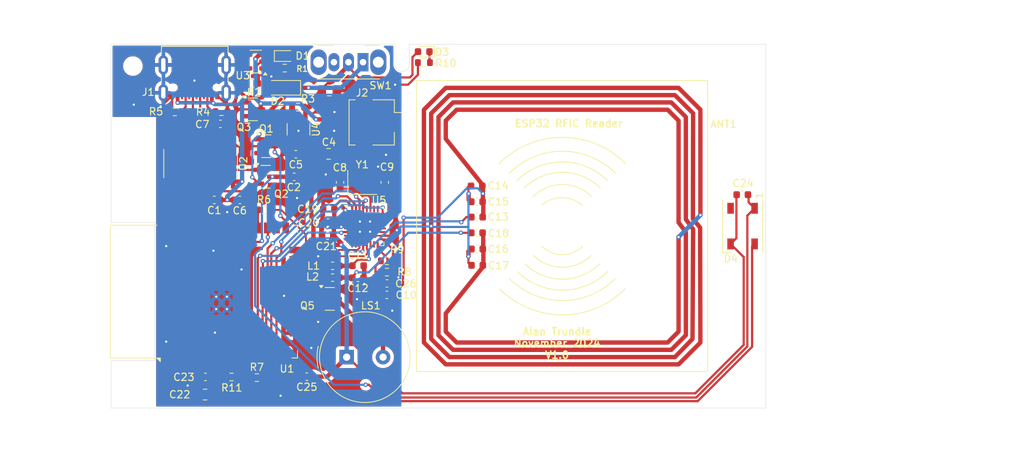
<source format=kicad_pcb>
(kicad_pcb (version 20240108) (generator "pcbnew") (generator_version "8.0")
  (layers (0 "F.Cu" signal) (31 "B.Cu" signal) (34 "B.Paste" user) (35 "F.Paste" user) (36 "B.SilkS" user "B.Silkscreen") (37 "F.SilkS" user "F.Silkscreen") (38 "B.Mask" user) (39 "F.Mask" user) (44 "Edge.Cuts" user))
  (net 0 "")
  (net 1 "Net-(D2-K)")
  (net 2 "+5V")
  (net 3 "Net-(Q1-G)")
  (net 4 "Net-(Q1-D)")
  (net 5 "Net-(Q1-S)")
  (net 6 "Net-(Q2-D)")
  (net 7 "Net-(J2-Pin_1)")
  (net 8 "Net-(U3-STAT)")
  (net 9 "Net-(D1-K)")
  (net 10 "Net-(U3-PROG)")
  (net 11 "GND")
  (net 12 "Net-(U4-EN)")
  (net 13 "Net-(U2-V3)")
  (net 14 "Net-(U5-OSCIN)")
  (net 24 "+3.3V")
  (net 25 "Net-(U5-OSCOUT)")
  (net 27 "Net-(C10-Pad1)")
  (net 35 "Net-(ANT1-L1)")
  (net 36 "Net-(C11-Pad1)")
  (net 38 "Net-(C12-Pad2)")
  (net 39 "Net-(U1-RXD0{slash}IO3)")
  (net 41 "Net-(U1-TXD0{slash}IO1)")
  (net 47 "Net-(ANT1-L2)")
  (net 53 "Net-(D4-DIN)")
  (net 57 "Net-(U2-UD-)")
  (net 58 "Net-(J1-CC1)")
  (net 59 "Net-(U2-UD+)")
  (net 60 "Net-(J1-CC2)")
  (net 61 "Net-(U5-TX1)")
  (net 62 "Net-(U5-TX2)")
  (net 63 "Net-(Q5-C)")
  (net 64 "Net-(Q5-B)")
  (net 65 "Net-(U1-IO17)")
  (net 66 "/RST")
  (net 67 "Net-(U5-RX)")
  (net 68 "Net-(U5-VMID)")
  (net 69 "/MISO")
  (net 70 "/CS")
  (net 71 "/MOSI")
  (net 72 "/SCK")
  (net 83 "Net-(D3-A)")
  (net 84 "Net-(D3-K)")
  (footprint "Package_TO_SOT_SMD:SOT-23-5" (layer "F.Cu") (at 119.8925 32.38 180)
    (property "Reference" "U3")
    (property "Value" "MCP73831-2-OT")
  )
  (footprint "Capacitor_SMD:C_0603_1608Metric" (layer "F.Cu") (at 129.76 56.32 180)
    (property "Reference" "C21")
    (property "Value" "100n")
  )
  (footprint "RFID:RFID_Antenna2" (layer "F.Cu") (at 162 55 -90)
    (property "Reference" "ANT1")
    (property "Value" "~" (hide yes))
  )
  (footprint "Capacitor_SMD:C_0603_1608Metric" (layer "F.Cu") (at 129.82 54.51 180)
    (property "Reference" "C20")
    (property "Value" "1u")
  )
  (footprint "Capacitor_SMD:C_0603_1608Metric" (layer "F.Cu") (at 133.9425 60.44)
    (property "Reference" "C11")
    (property "Value" "220p")
  )
  (footprint "Resistor_SMD:R_0603_1608Metric" (layer "F.Cu") (at 116.56 75.74 180)
    (property "Reference" "R11")
    (property "Value" "10k")
  )
  (footprint "MountingHole:MountingHole_2.2mm_M2" (layer "F.Cu") (at 103 33)
    (property "Reference" "H1" (hide yes))
    (property "Value" "MountingHole_Pad")
  )
  (footprint "Package_TO_SOT_SMD:SOT-23" (layer "F.Cu") (at 121.24 48.2175)
    (property "Reference" "Q2")
    (property "Value" "BSS138")
  )
  (footprint "Resistor_SMD:R_0603_1608Metric" (layer "F.Cu") (at 120.04 75.82)
    (property "Reference" "R7")
    (property "Value" "10k")
  )
  (footprint "Connector_USB:USB_C_Receptacle_JAE_DX07S016JA1R1500" (layer "F.Cu") (at 111.5 34 180)
    (property "Reference" "J1")
    (property "Value" "USB_C_Receptacle_USB2.0_14P")
  )
  (footprint "Package_SO:SOIC-16_3.9x9.9mm_P1.27mm" (layer "F.Cu") (at 112.305 46.405 -90)
    (property "Reference" "U2")
    (property "Value" "CH340C")
  )
  (footprint "Package_TO_SOT_SMD:SOT-23" (layer "F.Cu") (at 119.4775 38.95)
    (property "Reference" "Q3")
    (property "Value" "DMG2301L")
  )
  (footprint "RFID:ESP32-WROOM-32D" (layer "F.Cu") (at 115.75 64 90)
    (property "Reference" "U1")
    (property "Value" "ESP32-WROOM-32D")
  )
  (footprint "Capacitor_SMD:C_0603_1608Metric" (layer "F.Cu") (at 150.29 55.92)
    (property "Reference" "C18")
    (property "Value" "56p")
  )
  (footprint "Inductor_SMD:L_0603_1608Metric_Pad1.05x0.95mm_HandSolder" (layer "F.Cu") (at 130.4525 60.46)
    (property "Reference" "L1")
    (property "Value" "470nH")
  )
  (footprint "Capacitor_SMD:C_0603_1608Metric" (layer "F.Cu") (at 125.17 48.23)
    (property "Reference" "C2")
    (property "Value" "100n")
  )
  (footprint "Buzzer_Beeper:Buzzer_TDK_PS1240P02BT_D12.2mm_H6.5mm" (layer "F.Cu") (at 132.379216 73.01)
    (property "Reference" "LS1")
    (property "Value" "Speaker")
  )
  (footprint "Resistor_SMD:R_0603_1608Metric" (layer "F.Cu") (at 125.705 38.645 180)
    (property "Reference" "R3")
    (property "Value" "1k")
  )
  (footprint "Capacitor_SMD:C_0603_1608Metric" (layer "F.Cu") (at 150.25 49.49 180)
    (property "Reference" "C14")
    (property "Value" "100p")
  )
  (footprint "Resistor_SMD:R_0603_1608Metric" (layer "F.Cu") (at 115.17 39.27)
    (property "Reference" "R4")
    (property "Value" "5k1")
  )
  (footprint "Capacitor_SMD:C_0603_1608Metric" (layer "F.Cu") (at 150.3125 58.15)
    (property "Reference" "C16")
    (property "Value" "100p")
  )
  (footprint "Capacitor_SMD:C_0603_1608Metric" (layer "F.Cu") (at 137.92 62.88)
    (property "Reference" "C26")
    (property "Value" "100n")
  )
  (footprint "MountingHole:MountingHole_2.2mm_M2" (layer "F.Cu") (at 103 77)
    (property "Reference" "H4" (hide yes))
    (property "Value" "MountingHole_Pad")
  )
  (footprint "Capacitor_SMD:C_0603_1608Metric" (layer "F.Cu") (at 126.9025 75.69 180)
    (property "Reference" "C25")
    (property "Value" "100n")
  )
  (footprint "MountingHole:MountingHole_2.2mm_M2" (layer "F.Cu") (at 187 77)
    (property "Reference" "H3" (hide yes))
    (property "Value" "MountingHole_Pad")
  )
  (footprint "Connector_JST:JST_ZH_S2B-ZR-SM4A-TF_1x02-1MP_P1.50mm_Horizontal" (layer "F.Cu") (at 136.82 40.75 -90)
    (property "Reference" "J2")
    (property "Value" "Conn_01x02")
  )
  (footprint "Capacitor_SMD:C_0603_1608Metric" (layer "F.Cu") (at 137.6225 48.98 90)
    (property "Reference" "C9")
    (property "Value" "22p")
  )
  (footprint "Capacitor_SMD:C_0603_1608Metric" (layer "F.Cu") (at 129.92 52.69 180)
    (property "Reference" "C19")
    (property "Value" "100n")
  )
  (footprint "Resistor_SMD:R_0603_1608Metric" (layer "F.Cu") (at 121.02 52.77)
    (property "Reference" "R6")
    (property "Value" "5k1")
  )
  (footprint "Resistor_SMD:R_0603_1608Metric" (layer "F.Cu") (at 108.75 39.3 180)
    (property "Reference" "R5")
    (property "Value" "5k1")
  )
  (footprint "Capacitor_SMD:C_0603_1608Metric" (layer "F.Cu") (at 186.76 50.68 180)
    (property "Reference" "C24")
    (property "Value" "100n")
  )
  (footprint "Resistor_SMD:R_0603_1608Metric" (layer "F.Cu") (at 143 32.5225 180)
    (property "Reference" "R10")
    (property "Value" "220")
  )
  (footprint "Button_Switch_THT:SW_Slide_SPDT_Angled_CK_OS102011MA1Q" (layer "F.Cu") (at 134.63 32.47 180)
    (property "Reference" "SW1")
    (property "Value" "SW_SPST")
  )
  (footprint "Capacitor_SMD:C_0603_1608Metric" (layer "F.Cu") (at 150.29 51.65 180)
    (property "Reference" "C15")
    (property "Value" "33p")
  )
  (footprint "Crystal:Crystal_SMD_3225-4Pin_3.2x2.5mm" (layer "F.Cu") (at 134.5325 48.99)
    (property "Reference" "Y1")
    (property "Value" "Crystal 27.12MHz")
  )
  (footprint "Inductor_SMD:L_0603_1608Metric_Pad1.05x0.95mm_HandSolder" (layer "F.Cu") (at 130.44875 62.08)
    (property "Reference" "L2")
    (property "Value" "470nH")
  )
  (footprint "Capacitor_SMD:C_0603_1608Metric" (layer "F.Cu") (at 150.3 53.76)
    (property "Reference" "C13")
    (property "Value" "56p")
  )
  (footprint "Resistor_SMD:R_0603_1608Metric" (layer "F.Cu") (at 137.91 59.775)
    (property "Reference" "R9")
    (property "Value" "10k")
  )
  (footprint "Capacitor_SMD:C_0603_1608Metric" (layer "F.Cu") (at 131.4725 48.98 90)
    (property "Reference" "C8")
    (property "Value" "22p")
  )
  (footprint "RFID:HVQFN-32-1EP_5x5mm_P0.5mm_EP3.1x3.1mm_ThermalVias" (layer "F.Cu") (at 134.9 55.07)
    (property "Reference" "U5")
    (property "Value" "RC522")
  )
  (footprint "Capacitor_SMD:C_0805_2012Metric_Pad1.18x1.45mm_HandSolder" (layer "F.Cu") (at 129.9 45.07)
    (property "Reference" "C4")
    (property "Value" "10u")
  )
  (footprint "Capacitor_SMD:C_0603_1608Metric" (layer "F.Cu") (at 125.39 45.12 180)
    (property "Reference" "C5")
    (property "Value" "100n")
  )
  (footprint "Capacitor_SMD:C_0603_1608Metric" (layer "F.Cu") (at 115.03 40.95)
    (property "Reference" "C7")
    (property "Value" "100n")
  )
  (footprint "Capacitor_SMD:C_0603_1608Metric" (layer "F.Cu") (at 137.905 64.45)
    (property "Reference" "C10")
    (property "Value" "1n")
  )
  (footprint "Resistor_SMD:R_0603_1608Metric" (layer "F.Cu") (at 137.92 61.32 180)
    (property "Reference" "R8")
    (property "Value" "1k")
  )
  (footprint "Capacitor_SMD:C_0805_2012Metric_Pad1.18x1.45mm_HandSolder" (layer "F.Cu") (at 112.92 78.15 180)
    (property "Reference" "C22")
    (property "Value" "10u")
  )
  (footprint "Resistor_SMD:R_0603_1608Metric" (layer "F.Cu") (at 119.39 35.38)
    (property "Reference" "R2")
    (property "Value" "2k")
  )
  (footprint "Capacitor_SMD:C_0603_1608Metric" (layer "F.Cu") (at 114.19 51.4 180)
    (property "Reference" "C1")
    (property "Value" "100n")
  )
  (footprint "Package_TO_SOT_SMD:SOT-23" (layer "F.Cu") (at 121.34 44.0175)
    (property "Reference" "Q1")
    (property "Value" "BSS138")
  )
  (footprint "Package_TO_SOT_SMD:SOT-23" (layer "F.Cu") (at 130.0525 65)
    (property "Reference" "Q5")
    (property "Value" "MMBT3904")
  )
  (footprint "Package_TO_SOT_SMD:SOT-23-5" (layer "F.Cu") (at 125.76 41.6975 -90)
    (property "Reference" "U4")
    (property "Value" "AP2112K-3.3")
  )
  (footprint "Capacitor_SMD:C_0603_1608Metric" (layer "F.Cu") (at 133.92875 62.11 180)
    (property "Reference" "C12")
    (property "Value" "220p")
  )
  (footprint "LED_SMD:LED_0603_1608Metric" (layer "F.Cu") (at 123.92 31.62)
    (property "Reference" "D1")
    (property "Value" "LED")
  )
  (footprint "LED_SMD:LED_0603_1608Metric" (layer "F.Cu") (at 142.9725 31.0225 180)
    (property "Reference" "D3")
    (property "Value" "LED")
  )
  (footprint "LED_SMD:LED_WS2812B_PLCC4_5.0x5.0mm_P3.2mm" (layer "F.Cu") (at 186.8 55 -90)
    (property "Reference" "D4")
    (property "Value" "WS2812B")
  )
  (footprint "MountingHole:MountingHole_2.2mm_M2" (layer "F.Cu") (at 187 33)
    (property "Reference" "H2" (hide yes))
    (property "Value" "MountingHole_Pad")
  )
  (footprint "Diode_SMD:D_SOD-123" (layer "F.Cu") (at 123.6875 35.99 180)
    (property "Reference" "D2")
    (property "Value" "MBR0520")
  )
  (footprint "Capacitor_SMD:C_0603_1608Metric" (layer "F.Cu") (at 150.32 60.39)
    (property "Reference" "C17")
    (property "Value" "33p")
  )
  (footprint "Resistor_SMD:R_0603_1608Metric" (layer "F.Cu") (at 123.87 33.28 180)
    (property "Reference" "R1")
    (property "Value" "1k")
  )
  (footprint "Capacitor_SMD:C_0603_1608Metric" (layer "F.Cu") (at 117.7 51.41)
    (property "Reference" "C6")
    (property "Value" "1u")
  )
  (footprint "Capacitor_SMD:C_0805_2012Metric_Pad1.18x1.45mm_HandSolder" (layer "F.Cu") (at 130 36.36)
    (property "Reference" "C3" (hide yes))
    (property "Value" "10u")
  )
  (footprint "Capacitor_SMD:C_0603_1608Metric" (layer "F.Cu") (at 112.9675 75.73 180)
    (property "Reference" "C23")
    (property "Value" "100n")
  )
  (gr_line (start 141 30) (end 141 32.75) (stroke (width 0.05)) (layer "Edge.Cuts"))
  (gr_line (start 139 30) (end 100 30) (stroke (width 0.05)) (layer "Edge.Cuts"))
  (gr_line (start 190 80) (end 190 30) (stroke (width 0.05)) (layer "Edge.Cuts"))
  (gr_line (start 100 80) (end 100 73.5) (stroke (width 0.05)) (layer "Edge.Cuts"))
  (gr_line (start 139 30) (end 139 32.75) (stroke (width 0.05)) (layer "Edge.Cuts"))
  (gr_line (start 100 54.5) (end 100 30) (stroke (width 0.05)) (layer "Edge.Cuts"))
  (gr_line (start 141 30) (end 190 30) (stroke (width 0.05)) (layer "Edge.Cuts"))
  (gr_line (start 106 73.5) (end 106 54.5) (stroke (width 0.05)) (layer "Edge.Cuts"))
  (gr_arc (start 141 32.75) (mid 140 33.75) (end 139 32.75) (stroke (width 0.05)) (layer "Edge.Cuts"))
  (gr_line (start 100 80) (end 190 80) (stroke (width 0.05)) (layer "Edge.Cuts"))
  (gr_line (start 100 73.5) (end 106 73.5) (stroke (width 0.05)) (layer "Edge.Cuts"))
  (gr_line (start 106 54.5) (end 100 54.5) (stroke (width 0.05)) (layer "Edge.Cuts"))
  (gr_text "ESP32 RFIC Reader" (at 155.38 41.48 0) (layer "F.SilkS") (effects (font (size 1 1) (thickness 0.2) (bold yes)) (justify left bottom)))
  (gr_text "Alan Trundle\nNovember 2024\nV1.0" (at 161.3 73.3 0) (layer "F.SilkS") (effects (font (size 1 1) (thickness 0.2) (bold yes)) (justify bottom)))
  (segment (start 118.54 39.9) (end 121.125894 39.9) (width 0.6) (layer "F.Cu") (net 1))
  (segment (start 125.035894 35.99) (end 125.3375 35.99) (width 0.6) (layer "F.Cu") (net 1))
  (segment (start 121.125894 39.9) (end 125.035894 35.99) (width 0.6) (layer "F.Cu") (net 1))
  (segment (start 125.3375 35.99) (end 127.14 35.99) (width 0.6) (layer "F.Cu") (net 1))
  (via (at 127.14 35.99) (size 0.6) (drill 0.3) (layers "F.Cu" "B.Cu") (net 1))
  (segment (start 127.14 35.99) (end 131.61 35.99) (width 0.6) (layer "B.Cu") (net 1))
  (segment (start 134.63 32.97) (end 134.63 32.47) (width 0.6) (layer "B.Cu") (net 1))
  (segment (start 131.61 35.99) (end 134.63 32.97) (width 0.6) (layer "B.Cu") (net 1))
  (segment (start 115.0525 51.4) (end 116.8275 51.4) (width 0.6) (layer "F.Cu") (net 2))
  (segment (start 123.34 35.99) (end 122.0375 35.99) (width 0.3) (layer "F.Cu") (net 2))
  (segment (start 124.7075 31.62) (end 125.445 32.3575) (width 0.3) (layer "F.Cu") (net 2))
  (segment (start 118.5 37.31) (end 117.6425 36.4525) (width 0.5) (layer "F.Cu") (net 2))
  (segment (start 125.445 32.3575) (end 125.445 33.885) (width 0.3) (layer "F.Cu") (net 2))
  (segment (start 117.6425 36.4525) (end 117.6425 32.5425) (width 0.5) (layer "F.Cu") (net 2))
  (segment (start 125.445 33.885) (end 123.34 35.99) (width 0.3) (layer "F.Cu") (net 2))
  (segment (start 117.6425 32.5425) (end 118.755 31.43) (width 0.5) (layer "F.Cu") (net 2))
  (segment (start 118.54 38) (end 118.54 37.35) (width 0.5) (layer "F.Cu") (net 2))
  (segment (start 122.0375 35.99) (end 120.7175 37.31) (width 0.6) (layer "F.Cu") (net 2))
  (segment (start 120.7175 37.31) (end 118.5 37.31) (width 0.6) (layer "F.Cu") (net 2))
  (segment (start 116.8275 51.4) (end 116.8375 51.41) (width 0.6) (layer "F.Cu") (net 2))
  (segment (start 114.05 38.1) (end 114.06 38.09) (width 0.5) (layer "F.Cu") (net 2))
  (segment (start 113.85 37.9) (end 114.05 38.1) (width 0.5) (layer "F.Cu") (net 2))
  (segment (start 109.15 37.05) (end 109.15 38.04) (width 0.5) (layer "F.Cu") (net 2))
  (segment (start 116.75 48.88) (end 118.01 48.88) (width 0.6) (layer "F.Cu") (net 2))
  (segment (start 113.85 37.05) (end 113.85 37.9) (width 0.5) (layer "F.Cu") (net 2))
  (segment (start 118.54 37.35) (end 118.5 37.31) (width 0.5) (layer "F.Cu") (net 2))
  (via (at 109.15 38.04) (size 0.6) (drill 0.3) (layers "F.Cu" "B.Cu") (net 2))
  (via (at 114.05 38.1) (size 0.6) (drill 0.3) (layers "F.Cu" "B.Cu") (net 2))
  (via (at 115.97 51.4) (size 0.6) (drill 0.3) (layers "F.Cu" "B.Cu") (net 2))
  (via (at 118.5 37.31) (size 0.6) (drill 0.3) (layers "F.Cu" "B.Cu") (net 2))
  (via (at 118.01 48.88) (size 0.6) (drill 0.3) (layers "F.Cu" "B.Cu") (net 2))
  (segment (start 114.225 38.275) (end 117.535 38.275) (width 0.5) (layer "B.Cu") (net 2))
  (segment (start 113.99 38.04) (end 114.05 38.1) (width 0.5) (layer "B.Cu") (net 2))
  (segment (start 109.15 38.04) (end 113.99 38.04) (width 0.5) (layer "B.Cu") (net 2))
  (segment (start 117.535 38.275) (end 118.5 37.31) (width 0.5) (layer "B.Cu") (net 2))
  (segment (start 118.01 37.8) (end 118.5 37.31) (width 0.6) (layer "B.Cu") (net 2))
  (segment (start 114.05 38.1) (end 114.225 38.275) (width 0.5) (layer "B.Cu") (net 2))
  (segment (start 115.97 51.4) (end 115.97 50.92) (width 0.6) (layer "B.Cu") (net 2))
  (segment (start 115.97 50.92) (end 118.01 48.88) (width 0.6) (layer "B.Cu") (net 2))
  (segment (start 118.01 48.88) (end 118.01 37.8) (width 0.6) (layer "B.Cu") (net 2))
  (segment (start 114.560001 50.205) (end 119.265 50.205) (width 0.3) (layer "F.Cu") (net 3))
  (segment (start 119.265 50.205) (end 120.3025 49.1675) (width 0.3) (layer "F.Cu") (net 3))
  (segment (start 120.4 42.38) (end 120.4 43.065) (width 0.3) (layer "F.Cu") (net 3))
  (segment (start 120.4 43.065) (end 120.4025 43.0675) (width 0.3) (layer "F.Cu") (net 3))
  (segment (start 114.21 48.88) (end 114.21 49.854999) (width 0.3) (layer "F.Cu") (net 3))
  (segment (start 120.3025 49.1675) (end 119.415 48.28) (width 0.3) (layer "F.Cu") (net 3))
  (segment (start 114.21 49.854999) (end 114.560001 50.205) (width 0.3) (layer "F.Cu") (net 3))
  (via (at 119.415 48.28) (size 0.6) (drill 0.3) (layers "F.Cu" "B.Cu") (net 3))
  (via (at 120.4 42.38) (size 0.6) (drill 0.3) (layers "F.Cu" "B.Cu") (net 3))
  (segment (start 119.415 48.28) (end 119.415 43.365) (width 0.3) (layer "B.Cu") (net 3))
  (segment (start 119.415 43.365) (end 120.4 42.38) (width 0.3) (layer "B.Cu") (net 3))
  (segment (start 123.91 54.22) (end 123.27 53.58) (width 0.3) (layer "F.Cu") (net 4))
  (segment (start 124.01 55.25) (end 124.01 54.22) (width 0.3) (layer "F.Cu") (net 4))
  (segment (start 122.5 44.83) (end 122.5 44.24) (width 0.3) (layer "F.Cu") (net 4))
  (segment (start 122.5 44.24) (end 122.2775 44.0175) (width 0.3) (layer "F.Cu") (net 4))
  (segment (start 124.01 54.22) (end 123.91 54.22) (width 0.3) (layer "F.Cu") (net 4))
  (via (at 123.27 53.58) (size 0.6) (drill 0.3) (layers "F.Cu" "B.Cu") (net 4))
  (via (at 122.5 44.83) (size 0.6) (drill 0.3) (layers "F.Cu" "B.Cu") (net 4))
  (segment (start 123.27 45.6) (end 122.5 44.83) (width 0.3) (layer "B.Cu") (net 4))
  (segment (start 123.27 53.58) (end 123.27 45.6) (width 0.3) (layer "B.Cu") (net 4))
  (segment (start 120.3025 45.0675) (end 120.4025 44.9675) (width 0.3) (layer "F.Cu") (net 5))
  (segment (start 112.94 48.88) (end 112.94 47.905001) (width 0.3) (layer "F.Cu") (net 5))
  (segment (start 113.577501 47.2675) (end 120.3025 47.2675) (width 0.3) (layer "F.Cu") (net 5))
  (segment (start 120.3025 47.2675) (end 120.3025 45.0675) (width 0.3) (layer "F.Cu") (net 5))
  (segment (start 112.94 47.905001) (end 113.577501 47.2675) (width 0.3) (layer "F.Cu") (net 5))
  (segment (start 110.04 72.75) (end 110.04 73.38) (width 0.3) (layer "F.Cu") (net 6))
  (segment (start 122.1775 48.2175) (end 124.295 48.2175) (width 0.6) (layer "F.Cu") (net 6))
  (segment (start 110.04 66.18) (end 119.05 57.17) (width 0.3) (layer "F.Cu") (net 6))
  (segment (start 110.04 73.38) (end 110.51 73.85) (width 0.3) (layer "F.Cu") (net 6))
  (segment (start 120.60005 57.17) (end 120.740025 57.030025) (width 0.3) (layer "F.Cu") (net 6))
  (segment (start 115.495 73.85) (end 117.385 75.74) (width 0.3) (layer "F.Cu") (net 6))
  (segment (start 110.04 72.75) (end 110.04 66.18) (width 0.3) (layer "F.Cu") (net 6))
  (segment (start 124.295 48.2175) (end 124.3075 48.23) (width 0.6) (layer "F.Cu") (net 6))
  (segment (start 119.05 57.17) (end 120.60005 57.17) (width 0.3) (layer "F.Cu") (net 6))
  (segment (start 110.51 73.85) (end 115.495 73.85) (width 0.3) (layer "F.Cu") (net 6))
  (via (at 122.1775 48.2175) (size 0.6) (drill 0.3) (layers "F.Cu" "B.Cu") (net 6))
  (via (at 120.740025 57.030025) (size 0.6) (drill 0.3) (layers "F.Cu" "B.Cu") (net 6))
  (segment (start 120.740025 49.654975) (end 120.740025 57.030025) (width 0.3) (layer "B.Cu") (net 6))
  (segment (start 122.1775 48.2175) (end 120.740025 49.654975) (width 0.3) (layer "B.Cu") (net 6))
  (segment (start 128.17 40.31) (end 128.15 40.33) (width 0.3) (layer "F.Cu") (net 7))
  (segment (start 119.85 31.974106) (end 120.394106 31.43) (width 0.6) (layer "F.Cu") (net 7))
  (segment (start 120.58 38.785) (end 120.415 38.95) (width 0.6) (layer "F.Cu") (net 7))
  (segment (start 120.58 38.15) (end 120.58 38.785) (width 0.6) (layer "F.Cu") (net 7))
  (segment (start 138.14 40.33) (end 138.47 40) (width 0.6) (layer "F.Cu") (net 7))
  (segment (start 119.85 32.05) (end 119.85 31.974106) (width 0.6) (layer "F.Cu") (net 7))
  (segment (start 128.15 40.33) (end 138.14 40.33) (width 0.6) (layer "F.Cu") (net 7))
  (segment (start 120.394106 31.43) (end 121.03 31.43) (width 0.6) (layer "F.Cu") (net 7))
  (via (at 120.58 38.15) (size 0.6) (drill 0.3) (layers "F.Cu" "B.Cu") (net 7))
  (via (at 128.15 40.33) (size 0.6) (drill 0.3) (layers "F.Cu" "B.Cu") (net 7))
  (via (at 119.85 32.05) (size 0.6) (drill 0.3) (layers "F.Cu" "B.Cu") (net 7))
  (segment (start 125.97 38.15) (end 128.15 40.33) (width 0.6) (layer "B.Cu") (net 7))
  (segment (start 120.58 38.15) (end 125.97 38.15) (width 0.6) (layer "B.Cu") (net 7))
  (segment (start 119.85 37.42) (end 120.58 38.15) (width 0.6) (layer "B.Cu") (net 7))
  (segment (start 119.85 32.05) (end 119.85 37.42) (width 0.6) (layer "B.Cu") (net 7))
  (segment (start 128.13 40.35) (end 128.15 40.33) (width 0.3) (layer "B.Cu") (net 7))
  (segment (start 121.03 33.33) (end 122.995 33.33) (width 0.3) (layer "F.Cu") (net 8))
  (segment (start 122.995 33.33) (end 123.045 33.28) (width 0.3) (layer "F.Cu") (net 8))
  (segment (start 123.1325 31.7175) (end 124.695 33.28) (width 0.3) (layer "F.Cu") (net 9))
  (segment (start 123.1325 31.62) (end 123.1325 31.7175) (width 0.3) (layer "F.Cu") (net 9))
  (segment (start 118.565 33.52) (end 118.755 33.33) (width 0.3) (layer "F.Cu") (net 10))
  (segment (start 118.565 35.38) (end 118.565 33.52) (width 0.3) (layer "F.Cu") (net 10))
  (segment (start 134.59 46.85) (end 134.6 46.86) (width 0.3) (layer "F.Cu") (net 11))
  (segment (start 106.94 38.4) (end 106.8 38.54) (width 0.3) (layer "F.Cu") (net 11))
  (segment (start 132.4625 54.82) (end 134.65 54.82) (width 0.2) (layer "F.Cu") (net 11))
  (segment (start 140.82 35.56) (end 139.04 35.56) (width 0.3) (layer "F.Cu") (net 11))
  (segment (start 138.695 62.628358) (end 138.900893 62.628358) (width 0.3) (layer "F.Cu") (net 11))
  (segment (start 132.237319 55.094819) (end 131.636514 55.094819) (width 0.3) (layer "F.Cu") (net 11))
  (segment (start 137.88 56.32) (end 138.542082 56.32) (width 0.3) (layer "F.Cu") (net 11))
  (segment (start 149.12 59.17) (end 149.12 58.48) (width 0.6) (layer "F.Cu") (net 11))
  (segment (start 128.8975 56.32) (end 128.8975 54.57) (width 0.6) (layer "F.Cu") (net 11))
  (segment (start 185.15 57.45) (end 186.95 59.25) (width 0.3) (layer "F.Cu") (net 11))
  (segment (start 149.12 60.0525) (end 149.4575 60.39) (width 0.3) (layer "F.Cu") (net 11))
  (segment (start 133.225 53.395) (end 134.9 55.07) (width 0.2) (layer "F.Cu") (net 11))
  (segment (start 132.4625 53.32) (end 132.67 53.32) (width 0.2) (layer "F.Cu") (net 11))
  (segment (start 149.119994 49.757506) (end 149.3875 49.49) (width 0.6) (layer "F.Cu") (net 11))
  (segment (start 115.8925 40.95) (end 116.75 41.8075) (width 0.3) (layer "F.Cu") (net 11))
  (segment (start 138.695 62.88) (end 138.695 62.628358) (width 0.3) (layer "F.Cu") (net 11))
  (segment (start 185.95 50.7325) (end 185.8975 50.68) (width 0.3) (layer "F.Cu") (net 11))
  (segment (start 131.5375 48.14) (end 131.4725 48.205) (width 0.3) (layer "F.Cu") (net 11))
  (segment (start 116.75 41.8075) (end 116.75 43.93) (width 0.3) (layer "F.Cu") (net 11))
  (segment (start 107.05 38.4) (end 106.94 38.4) (width 0.3) (layer "F.Cu") (net 11))
  (segment (start 111.47 78.15) (end 111.47 77.85) (width 0.6) (layer "F.Cu") (net 11))
  (segment (start 134.78125 62.12) (end 134.79125 62.11) (width 0.6) (layer "F.Cu") (net 11))
  (segment (start 149.12 58.48) (end 149.45 58.15) (width 0.6) (layer "F.Cu") (net 11))
  (segment (start 185.95 56.65) (end 185.95 50.7325) (width 0.3) (layer "F.Cu") (net 11))
  (segment (start 138.542082 56.32) (end 139.288286 55.573796) (width 0.3) (layer "F.Cu") (net 11))
  (segment (start 134.6 46.86) (end 136.365 46.86) (width 0.3) (layer "F.Cu") (net 11))
  (segment (start 133.65 56.32) (end 134.9 55.07) (width 0.2) (layer "F.Cu") (net 11))
  (segment (start 120.0175 32.9525) (end 120.59 32.38) (width 0.3) (layer "F.Cu") (net 11))
  (segment (start 133.5325 48.14) (end 135.2325 49.84) (width 0.3) (layer "F.Cu") (net 11))
  (segment (start 138.900893 62.628358) (end 139.486495 62.042756) (width 0.3) (layer "F.Cu") (net 11))
  (segment (start 134.79125 62.958668) (end 134.79125 60.93375) (width 0.6) (layer "F.Cu") (net 11))
  (segment (start 134.805 62.09625) (end 134.79125 62.11) (width 0.6) (layer "F.Cu") (net 11))
  (segment (start 135.65 55.82) (end 134.9 55.07) (width 0.2) (layer "F.Cu") (net 11))
  (segment (start 132.4625 55.32) (end 132.237319 55.094819) (width 0.3) (layer "F.Cu") (net 11))
  (segment (start 134.805 60.44) (end 134.805 62.09625) (width 0.6) (layer "F.Cu") (net 11))
  (segment (start 128.9575 54.51) (end 129.131939 54.51) (width 0.6) (layer "F.Cu") (net 11))
  (segment (start 134.59 46.85) (end 132.74 46.85) (width 0.3) (layer "F.Cu") (net 11))
  (segment (start 186.95 59.25) (end 186.95 71.325788) (width 0.3) (layer "F.Cu") (net 11))
  (segment (start 115.995 38.445) (end 115.995 39.27) (width 0.3) (layer "F.Cu") (net 11))
  (segment (start 149.119994 50.51) (end 149.149972 50.539978) (width 0.3) (layer "F.Cu") (net 11))
  (segment (start 133.4325 48.14) (end 131.5375 48.14) (width 0.3) (layer "F.Cu") (net 11))
  (segment (start 149.149972 51.372472) (end 149.149972 50.539978) (width 0.6) (layer "F.Cu") (net 11))
  (segment (start 125.76 40.56) (end 125.76 41.9) (width 0.6) (layer "F.Cu") (net 11))
  (segment (start 136.365 46.86) (end 137.6225 48.1175) (width 0.3) (layer "F.Cu") (net 11))
  (segment (start 133.4325 48.14) (end 133.5325 48.14) (width 0.3) (layer "F.Cu") (net 11))
  (segment (start 129.125228 54.51) (end 129.745371 55.130143) (width 0.6) (layer "F.Cu") (net 11))
  (segment (start 132.4625 54.82) (end 131.8925 54.82) (width 0.3) (layer "F.Cu") (net 11))
  (segment (start 135.2325 49.84) (end 135.6325 49.84) (width 0.3) (layer "F.Cu") (net 11))
  (segment (start 129.0575 54.41) (end 128.9575 54.51) (width 0.6) (layer "F.Cu") (net 11))
  (segment (start 128.8975 54.57) (end 128.9575 54.51) (width 0.6) (layer "F.Cu") (net 11))
  (segment (start 131.8925 54.82) (end 131.8925 54.838833) (width 0.3) (layer "F.Cu") (net 11))
  (segment (start 134.79125 62.11) (end 134.79125 62.958668) (width 0.6) (layer "F.Cu") (net 11))
  (segment (start 185.15 57.45) (end 185.95 56.65) (width 0.3) (layer "F.Cu") (net 11))
  (segment (start 142.175 34.205) (end 140.82 35.56) (width 0.3) (layer "F.Cu") (net 11))
  (segment (start 131.8925 54.838833) (end 131.636514 55.094819) (width 0.3) (layer "F.Cu") (net 11))
  (segment (start 137.88 56.32) (end 136.15 56.32) (width 0.2) (layer "F.Cu") (net 11))
  (segment (start 129.045 54.51) (end 129.125228 54.51) (width 0.6) (layer "F.Cu") (net 11))
  (segment (start 133.65 57.5075) (end 133.65 56.32) (width 0.2) (layer "F.Cu") (net 11))
  (segment (start 132.21 53.0675) (end 132.21 52.82) (width 0.25) (layer "F.Cu") (net 11))
  (segment (start 186.95 71.325788) (end 180.295788 77.98) (width 0.3) (layer "F.Cu") (net 11))
  (segment (start 140.049216 77.98) (end 131.779216 69.71) (width 0.3) (layer "F.Cu") (net 11))
  (segment (start 132.4625 53.32) (end 132.21 53.0675) (width 0.25) (layer "F.Cu") (net 11))
  (segment (start 135.65 57.5075) (end 135.65 55.82) (width 0.2) (layer "F.Cu") (net 11))
  (segment (start 132.67 53.32) (end 132.745 53.395) (width 0.2) (layer "F.Cu") (net 11))
  (segment (start 107.555 37.05) (end 107.18 36.675) (width 0.3) (layer "F.Cu") (net 11))
  (segment (start 120.59 32.38) (end 121.03 32.38) (width 0.3) (layer "F.Cu") (net 11))
  (segment (start 111.8825 78.15) (end 111.47 78.15) (width 0.6) (layer "F.Cu") (net 11))
  (segment (start 131.779216 69.71) (end 125.26 69.71) (width 0.3) (layer "F.Cu") (net 11))
  (segment (start 134.65 54.82) (end 134.9 55.07) (width 0.2) (layer "F.Cu") (net 11))
  (segment (start 111.47 77.85) (end 110.53 76.91) (width 0.6) (layer "F.Cu") (net 11))
  (segment (start 137.3375 56.32) (end 137.88 56.32) (width 0.3) (layer "F.Cu") (net 11))
  (segment (start 115.995 39.27) (end 115.995 40.8475) (width 0.3) (layer "F.Cu") (net 11))
  (segment (start 115.995 40.8475) (end 115.8925 40.95) (width 0.3) (layer "F.Cu") (net 11))
  (segment (start 111.71 75.73) (end 110.53 76.91) (width 0.6) (layer "F.Cu") (net 11))
  (segment (start 129.0575 52.69) (end 129.0575 54.41) (width 0.6) (layer "F.Cu") (net 11))
  (segment (start 120.215 35.38) (end 120.0175 35.1825) (width 0.3) (layer "F.Cu") (net 11))
  (segment (start 112.1925 75.73) (end 111.71 75.73) (width 0.6) (layer "F.Cu") (net 11))
  (segment (start 132.63 55.32) (end 132.88 55.07) (width 0.2) (layer "F.Cu") (net 11))
  (segment (start 136.15 56.32) (end 134.9 55.07) (width 0.2) (layer "F.Cu") (net 11))
  (segment (start 180.295788 77.98) (end 140.049216 77.98) (width 0.3) (layer "F.Cu") (net 11))
  (segment (start 120.0175 35.1825) (end 120.0175 32.9525) (width 0.3) (layer "F.Cu") (net 11))
  (segment (start 108.4 37.05) (end 107.05 38.4) (width 0.3) (layer "F.Cu") (net 11))
  (segment (start 149.119994 49.757506) (end 149.119994 50.51) (width 0.3) (layer "F.Cu") (net 11))
  (segment (start 132.4625 55.32) (end 132.63 55.32) (width 0.2) (layer "F.Cu") (net 11))
  (segment (start 108.4 37.05) (end 108.4 38.825) (width 0.3) (layer "F.Cu") (net 11))
  (segment (start 114.6 37.05) (end 115.995 38.445) (width 0.3) (layer "F.Cu") (net 11))
  (segment (start 149.4275 51.65) (end 149.149972 51.372472) (width 0.6) (layer "F.Cu") (net 11))
  (segment (start 132.745 53.395) (end 133.225 53.395) (width 0.2) (layer "F.Cu") (net 11))
  (segment (start 142.175 32.5225) (end 142.175 34.205) (width 0.3) (layer "F.Cu") (net 11))
  (segment (start 132.88 55.07) (end 134.9 55.07) (width 0.2) (layer "F.Cu") (net 11))
  (segment (start 128.9575 56.26) (end 128.8975 56.32) (width 0.3) (layer "F.Cu") (net 11))
  (segment (start 149.12 59.17) (end 149.12 60.0525) (width 0.3) (layer "F.Cu") (net 11))
  (segment (start 108.4 38.825) (end 107.925 39.3) (width 0.3) (layer "F.Cu") (net 11))
  (segment (start 132.74 46.85) (end 131.4725 48.1175) (width 0.3) (layer "F.Cu") (net 11))
  (via (at 128.46 68.16) (size 0.6) (drill 0.3) (layers "F.Cu" "B.Cu") (net 11))
  (via (at 127.52 71.74) (size 0.6) (drill 0.3) (layers "F.Cu" "B.Cu") (net 11))
  (via (at 114.07 58.38) (size 0.6) (drill 0.3) (layers "F.Cu" "B.Cu") (net 11))
  (via (at 114.28 69.64) (size 0.6) (drill 0.3) (layers "F.Cu" "B.Cu") (net 11))
  (via (at 125.56 51.14) (size 0.6) (drill 0.3) (layers "F.Cu" "B.Cu") (net 11))
  (via (at 107.58 57.75) (size 0.6) (drill 0.3) (layers "F.Cu" "B.Cu") (net 11))
  (via (at 125.76 41.9) (size 0.6) (drill 0.3) (layers "F.Cu" "B.Cu") (net 11))
  (via (at 123.3 78.31) (size 0.6) (drill 0.3) (layers "F.Cu" "B.Cu") (net 11))
  (via (at 117.93 60.96) (size 0.6) (drill 0.3) (layers "F.Cu" "B.Cu") (net 11))
  (via (at 107.58 70.88) (size 0.6) (drill 0.3) (layers "F.Cu" "B.Cu") (net 11))
  (via (at 106.8 38.54) (size 0.6) (drill 0.3) (layers "F.Cu" "B.Cu") (net 11))
  (via (at 115.96 53.08) (size 0.6) (drill 0.3) (layers "F.Cu" "B.Cu") (net 11))
  (via (at 130.7 39.32) (size 0.6) (drill 0.3) (layers "F.Cu" "B.Cu") (net 11))
  (via (at 130.66 41.9) (size 0.6) (drill 0.3) (layers "F.Cu" "B.Cu") (net 11))
  (via (at 149.149972 50.539978) (size 0.6) (drill 0.3) (layers "F.Cu" "B.Cu") (net 11))
  (via (at 133.8 65.04) (size 0.6) (drill 0.3) (layers "F.Cu" "B.Cu") (net 11))
  (via (at 131.636514 55.094819) (size 0.6) (drill 0.3) (layers "F.Cu" "B.Cu") (net 11))
  (via (at 128.47 59.15) (size 0.6) (drill 0.3) (layers "F.Cu" "B.Cu") (net 11))
  (via (at 139.486495 62.042756) (size 0.6) (drill 0.3) (layers "F.Cu" "B.Cu") (net 11))
  (via (at 139.04 35.56) (size 0.6) (drill 0.3) (layers "F.Cu" "B.Cu") (net 11))
  (via (at 136.7 46.82) (size 0.6) (drill 0.3) (layers "F.Cu" "B.Cu") (net 11))
  (via (at 132.21 52.82) (size 0.6) (drill 0.3) (layers "F.Cu" "B.Cu") (net 11))
  (via (at 111.46 35) (size 0.6) (drill 0.3) (layers "F.Cu" "B.Cu") (net 11))
  (via (at 103.12 38.31) (size 0.6) (drill 0.3) (layers "F.Cu" "B.Cu") (net 11))
  (via (at 137.79 45.2) (size 0.6) (drill 0.3) (layers "F.Cu" "B.Cu") (net 11))
  (via (at 138.65 66.62) (size 0.6) (drill 0.3) (layers "F.Cu" "B.Cu") (net 11))
  (via (at 134.79125 62.958668) (size 0.6) (drill 0.3) (layers "F.Cu" "B.Cu") (net 11))
  (via (at 129.745371 55.130143) (size 0.6) (drill 0.3) (layers "F.Cu" "B.Cu") (net 11))
  (via (at 122.03 34.43) (size 0.6) (drill 0.3) (layers "F.Cu" "B.Cu") (net 11))
  (via (at 129.51 47.9) (size 0.6) (drill 0.3) (layers "F.Cu" "B.Cu") (net 11))
  (via (at 139.288286 55.573796) (size 0.6) (drill 0.3) (layers "F.Cu" "B.Cu") (net 11))
  (via (at 149.12 59.17) (size 0.6) (drill 0.3) (layers "F.Cu" "B.Cu") (net 11))
  (via (at 110.53 76.91) (size 0.6) (drill 0.3) (layers "F.Cu" "B.Cu") (net 11))
  (via (at 123.78 64.58) (size 0.6) (drill 0.3) (layers "F.Cu" "B.Cu") (net 11))
  (segment (start 129.78203 55.094819) (end 129.749394 55.127455) (width 0.6) (layer "B.Cu") (net 11))
  (segment (start 144 55) (end 144.114842 55.114842) (width 0.3) (layer "B.Cu") (net 11))
  (segment (start 139.812082 55.05) (end 139.288286 55.573796) (width 0.3) (layer "B.Cu") (net 11))
  (segment (start 144 55) (end 143.95 55.05) (width 0.3) (layer "B.Cu") (net 11))
  (segment (start 131.636514 55.094819) (end 129.78203 55.094819) (width 0.6) (layer "B.Cu") (net 11))
  (segment (start 144.114842 55.114842) (end 149.005158 55.114842) (width 0.3) (layer "B.Cu") (net 11))
  (segment (start 149.12 50.56995) (end 149.149972 50.539978) (width 0.6) (layer "B.Cu") (net 11))
  (segment (start 143.95 55.05) (end 139.812082 55.05) (width 0.3) (layer "B.Cu") (net 11))
  (segment (start 149.12 55) (end 149.12 59.17) (width 0.3) (layer "B.Cu") (net 11))
  (segment (start 149.12 55) (end 149.12 50.630006) (width 0.3) (layer "B.Cu") (net 11))
  (segment (start 149.12 50.630006) (end 149.12 50.56995) (width 0.6) (layer "B.Cu") (net 11))
  (segment (start 149.005158 55.114842) (end 149.12 55) (width 0.3) (layer "B.Cu") (net 11))
  (segment (start 124.88 40.49) (end 124.81 40.56) (width 0.6) (layer "F.Cu") (net 12))
  (segment (start 124.88 38.645) (end 124.88 40.49) (width 0.6) (layer "F.Cu") (net 12))
  (segment (start 112.94 42.1775) (end 114.1675 40.95) (width 0.3) (layer "F.Cu") (net 13))
  (segment (start 112.94 43.93) (end 112.94 42.1775) (width 0.3) (layer "F.Cu") (net 13))
  (segment (start 133.510433 49.84) (end 133.4325 49.84) (width 0.3) (layer "F.Cu") (net 14))
  (segment (start 134.56005 50.88) (end 134.550433 50.88) (width 0.3) (layer "F.Cu") (net 14))
  (segment (start 135.65 51.09005) (end 135.34995 50.79) (width 0.3) (layer "F.Cu") (net 14))
  (segment (start 131.4725 49.8425) (end 133.43 49.8425) (width 0.3) (layer "F.Cu") (net 14))
  (segment (start 135.65 52.6325) (end 135.65 51.09005) (width 0.3) (layer "F.Cu") (net 14))
  (segment (start 133.43 49.8425) (end 133.4325 49.84) (width 0.3) (layer "F.Cu") (net 14))
  (segment (start 134.550433 50.88) (end 133.510433 49.84) (width 0.3) (layer "F.Cu") (net 14))
  (segment (start 135.34995 50.79) (end 134.65005 50.79) (width 0.3) (layer "F.Cu") (net 14))
  (segment (start 134.65005 50.79) (end 134.56005 50.88) (width 0.3) (layer "F.Cu") (net 14))
  (segment (start 130.7825 52.215) (end 131.496464 51.501036) (width 0.3) (layer "F.Cu") (net 24))
  (segment (start 130.6825 54.51) (end 130.6825 54.315) (width 0.3) (layer "F.Cu") (net 24))
  (segment (start 131.367432 53.82) (end 130.6825 54.504932) (width 0.3) (layer "F.Cu") (net 24))
  (segment (start 130.7825 52.69) (end 130.7825 52.215) (width 0.3) (layer "F.Cu") (net 24))
  (segment (start 115.725 75.73) (end 115.735 75.74) (width 0.6) (layer "F.Cu") (net 24))
  (segment (start 132.4625 53.82) (end 131.367432 53.82) (width 0.3) (layer "F.Cu") (net 24))
  (segment (start 122.155 76.665) (end 126.79 76.665) (width 0.6) (layer "F.Cu") (net 24))
  (segment (start 112.855 74.755) (end 113.83 75.73) (width 0.6) (layer "F.Cu") (net 24))
  (segment (start 120.865 75.82) (end 121.31 75.82) (width 0.6) (layer "F.Cu") (net 24))
  (segment (start 116.815 76.82) (end 119.865 76.82) (width 0.6) (layer "F.Cu") (net 24))
  (segment (start 111.492936 74.755) (end 112.855 74.755) (width 0.6) (layer "F.Cu") (net 24))
  (segment (start 127.54 43.665) (end 126.71 42.835) (width 0.6) (layer "F.Cu") (net 24))
  (segment (start 127.81 54.679564) (end 127.54 54.409564) (width 0.6) (layer "F.Cu") (net 24))
  (segment (start 187.45 71.532894) (end 180.422894 78.56) (width 0.3) (layer "F.Cu") (net 24))
  (segment (start 187.6225 50.68) (end 187.6225 51.7225) (width 0.3) (layer "F.Cu") (net 24))
  (segment (start 134.65 58.396062) (end 134.568277 58.477785) (width 0.3) (layer "F.Cu") (net 24))
  (segment (start 113.83 75.73) (end 115.725 75.73) (width 0.6) (layer "F.Cu") (net 24))
  (segment (start 126.2525 45.12) (end 128.8125 45.12) (width 0.6) (layer "F.Cu") (net 24))
  (segment (start 127.81 57.57) (end 127.81 54.679564) (width 0.6) (layer "F.Cu") (net 24))
  (segment (start 132.57 73.01) (end 132.379216 73.01) (width 0.3) (layer "F.Cu") (net 24))
  (segment (start 129.699216 75.69) (end 132.379216 73.01) (width 0.6) (layer "F.Cu") (net 24))
  (segment (start 108.77 72.75) (end 108.77 74.1) (width 0.6) (layer "F.Cu") (net 24))
  (segment (start 115.735 75.74) (end 116.815 76.82) (width 0.6) (layer "F.Cu") (net 24))
  (segment (start 126.79 76.665) (end 127.765 75.69) (width 0.6) (layer "F.Cu") (net 24))
  (segment (start 130.6825 54.51) (end 130.6825 52.79) (width 0.6) (layer "F.Cu") (net 24))
  (segment (start 187.45 53.55) (end 187.45 71.532894) (width 0.3) (layer "F.Cu") (net 24))
  (segment (start 130.6225 54.57) (end 130.6825 54.51) (width 0.6) (layer "F.Cu") (net 24))
  (segment (start 128.8125 45.12) (end 128.8625 45.07) (width 0.6) (layer "F.Cu") (net 24))
  (segment (start 127.54 54.409564) (end 127.54 43.665) (width 0.6) (layer "F.Cu") (net 24))
  (segment (start 108.77 74.1) (end 109.45 74.78) (width 0.6) (layer "F.Cu") (net 24))
  (segment (start 132.4625 54.32) (end 132.4625 53.82) (width 0.3) (layer "F.Cu") (net 24))
  (segment (start 188.45 52.55) (end 187.45 53.55) (width 0.3) (layer "F.Cu") (net 24))
  (segment (start 130.6225 56.32) (end 130.6225 54.57) (width 0.6) (layer "F.Cu") (net 24))
  (segment (start 132.334026 51.501036) (end 133.15 52.31701) (width 0.3) (layer "F.Cu") (net 24))
  (segment (start 113.9575 75.8575) (end 113.83 75.73) (width 0.6) (layer "F.Cu") (net 24))
  (segment (start 130.6825 52.79) (end 130.7825 52.69) (width 0.6) (layer "F.Cu") (net 24))
  (segment (start 131.63 57.3275) (end 130.6225 56.32) (width 0.6) (layer "F.Cu") (net 24))
  (segment (start 133.15 52.31701) (end 133.15 52.6325) (width 0.3) (layer "F.Cu") (net 24))
  (segment (start 130.6825 54.504932) (end 130.6825 54.51) (width 0.3) (layer "F.Cu") (net 24))
  (segment (start 109.45 74.78) (end 111.467936 74.78) (width 0.6) (layer "F.Cu") (net 24))
  (segment (start 121.31 75.82) (end 122.155 76.665) (width 0.6) (layer "F.Cu") (net 24))
  (segment (start 138.12 78.56) (end 132.57 73.01) (width 0.3) (layer "F.Cu") (net 24))
  (segment (start 119.865 76.82) (end 120.865 75.82) (width 0.6) (layer "F.Cu") (net 24))
  (segment (start 113.9575 78.15) (end 113.9575 75.8575) (width 0.6) (layer "F.Cu") (net 24))
  (segment (start 131.63 57.57) (end 127.81 57.57) (width 0.6) (layer "F.Cu") (net 24))
  (segment (start 127.765 75.69) (end 129.699216 75.69) (width 0.6) (layer "F.Cu") (net 24))
  (segment (start 134.65 57.5075) (end 134.65 58.396062) (width 0.3) (layer "F.Cu") (net 24))
  (segment (start 131.496464 51.501036) (end 132.334026 51.501036) (width 0.3) (layer "F.Cu") (net 24))
  (segment (start 131.63 57.57) (end 131.63 57.3275) (width 0.6) (layer "F.Cu") (net 24))
  (segment (start 187.6225 51.7225) (end 188.45 52.55) (width 0.3) (layer "F.Cu") (net 24))
  (segment (start 111.467936 74.78) (end 111.492936 74.755) (width 0.6) (layer "F.Cu") (net 24))
  (segment (start 180.422894 78.56) (end 138.12 78.56) (width 0.3) (layer "F.Cu") (net 24))
  (via (at 134.568277 58.477785) (size 0.6) (drill 0.3) (layers "F.Cu" "B.Cu") (net 24))
  (via (at 131.63 57.57) (size 0.6) (drill 0.3) (layers "F.Cu" "B.Cu") (net 24))
  (segment (start 132.537785 58.477785) (end 131.63 57.57) (width 0.3) (layer "B.Cu") (net 24))
  (segment (start 132.379216 58.319216) (end 131.63 57.57) (width 0.6) (layer "B.Cu") (net 24))
  (segment (start 134.568277 58.477785) (end 132.537785 58.477785) (width 0.3) (layer "B.Cu") (net 24))
  (segment (start 132.379216 73.01) (end 132.379216 58.319216) (width 0.6) (layer "B.Cu") (net 24))
  (segment (start 137.6225 49.8425) (end 138.125 50.345) (width 0.3) (layer "F.Cu") (net 25))
  (segment (start 137.860096 54.32) (end 137.3375 54.32) (width 0.3) (layer "F.Cu") (net 25))
  (segment (start 137.62 49.84) (end 137.6225 49.8425) (width 0.3) (layer "F.Cu") (net 25))
  (segment (start 138.125 50.345) (end 138.125 54.055096) (width 0.3) (layer "F.Cu") (net 25))
  (segment (start 136.0075 48.14) (end 137.6225 49.755) (width 0.3) (layer "F.Cu") (net 25))
  (segment (start 135.6325 48.14) (end 136.0075 48.14) (width 0.3) (layer "F.Cu") (net 25))
  (segment (start 138.125 54.055096) (end 137.860096 54.32) (width 0.3) (layer "F.Cu") (net 25))
  (segment (start 137.085 59.775) (end 136.345 60.515) (width 0.3) (layer "F.Cu") (net 27))
  (segment (start 136.345 63.665) (end 137.13 64.45) (width 0.3) (layer "F.Cu") (net 27))
  (segment (start 136.345 60.515) (end 136.345 63.665) (width 0.3) (layer "F.Cu") (net 27))
  (segment (start 151.1625 51.66) (end 151.1525 51.65) (width 0.6) (layer "F.Cu") (net 35))
  (segment (start 151.1225 51.525) (end 151.1375 51.51) (width 0.3) (layer "F.Cu") (net 35))
  (segment (start 140.208298 61.456702) (end 140.208298 53.84) (width 0.3) (layer "F.Cu") (net 35))
  (segment (start 140.136495 62.993505) (end 140.136495 61.528505) (width 0.3) (layer "F.Cu") (net 35))
  (segment (start 138.68 64.45) (end 140.136495 62.993505) (width 0.3) (layer "F.Cu") (net 35))
  (segment (start 151.1125 51.61) (end 151.1525 51.65) (width 0.6) (layer "F.Cu") (net 35))
  (segment (start 140.136495 61.528505) (end 140.208298 61.456702) (width 0.3) (layer "F.Cu") (net 35))
  (segment (start 151.1125 49.49) (end 151.1125 51.61) (width 0.6) (layer "F.Cu") (net 35))
  (segment (start 151.1625 53.76) (end 151.1625 51.66) (width 0.6) (layer "F.Cu") (net 35))
  (via (at 151.1125 50.53) (size 0.6) (drill 0.3) (layers "F.Cu" "B.Cu") (net 35))
  (via (at 140.208298 53.84) (size 0.6) (drill 0.3) (layers "F.Cu" "B.Cu") (net 35))
  (segment (start 148.89 49.81) (end 144.86 53.84) (width 0.3) (layer "B.Cu") (net 35))
  (segment (start 144.86 53.84) (end 140.208298 53.84) (width 0.3) (layer "B.Cu") (net 35))
  (segment (start 150.3925 49.81) (end 148.89 49.81) (width 0.3) (layer "B.Cu") (net 35))
  (segment (start 151.1125 50.53) (end 150.3925 49.81) (width 0.3) (layer "B.Cu") (net 35))
  (segment (start 131.3275 60.46) (end 133.06 60.46) (width 0.6) (layer "F.Cu") (net 36))
  (segment (start 133.905 59.615) (end 135.171347 59.615) (width 0.3) (layer "F.Cu") (net 36))
  (segment (start 149.4375 53.76) (end 148.841651 53.76) (width 0.3) (layer "F.Cu") (net 36))
  (segment (start 133.08 60.44) (end 133.905 59.615) (width 0.3) (layer "F.Cu") (net 36))
  (segment (start 133.06 60.46) (end 133.08 60.44) (width 0.6) (layer "F.Cu") (net 36))
  (segment (start 135.273362 59.512985) (end 135.42 59.512985) (width 0.3) (layer "F.Cu") (net 36))
  (segment (start 135.171347 59.615) (end 135.273362 59.512985) (width 0.3) (layer "F.Cu") (net 36))
  (segment (start 148.841651 53.76) (end 148.139571 54.46208) (width 0.3) (layer "F.Cu") (net 36))
  (via (at 135.42 59.512985) (size 0.6) (drill 0.3) (layers "F.Cu" "B.Cu") (net 36))
  (via (at 148.139571 54.46208) (size 0.6) (drill 0.3) (layers "F.Cu" "B.Cu") (net 36))
  (segment (start 142.94995 54.34) (end 142.77995 54.51) (width 0.3) (layer "B.Cu") (net 36))
  (segment (start 139.15 54.51) (end 135.42 58.24) (width 0.3) (layer "B.Cu") (net 36))
  (segment (start 148.139571 54.46208) (end 148.017491 54.34) (width 0.3) (layer "B.Cu") (net 36))
  (segment (start 142.77995 54.51) (end 139.15 54.51) (width 0.3) (layer "B.Cu") (net 36))
  (segment (start 148.017491 54.34) (end 142.94995 54.34) (width 0.3) (layer "B.Cu") (net 36))
  (segment (start 135.42 58.24) (end 135.42 59.512985) (width 0.3) (layer "B.Cu") (net 36))
  (segment (start 148.08 55.92) (end 148.07 55.91) (width 0.6) (layer "F.Cu") (net 38))
  (segment (start 133.03625 62.08) (end 133.06625 62.11) (width 0.6) (layer "F.Cu") (net 38))
  (segment (start 131.32375 62.08) (end 133.03625 62.08) (width 0.6) (layer "F.Cu") (net 38))
  (segment (start 133.152582 61.949944) (end 133.152582 62.11) (width 0.3) (layer "F.Cu") (net 38))
  (segment (start 133.746263 61.356263) (end 133.152582 61.949944) (width 0.3) (layer "F.Cu") (net 38))
  (segment (start 133.152582 62.11) (end 133.06625 62.11) (width 0.3) (layer "F.Cu") (net 38))
  (segment (start 149.4275 55.92) (end 148.08 55.92) (width 0.3) (layer "F.Cu") (net 38))
  (via (at 133.746263 61.356263) (size 0.6) (drill 0.3) (layers "F.Cu" "B.Cu") (net 38))
  (via (at 148.07 55.91) (size 0.6) (drill 0.3) (layers "F.Cu" "B.Cu") (net 38))
  (segment (start 135.403737 61.356263) (end 133.746263 61.356263) (width 0.3) (layer "B.Cu") (net 38))
  (segment (start 148.07 55.91) (end 140.85 55.91) (width 0.3) (layer "B.Cu") (net 38))
  (segment (start 140.85 55.91) (end 135.403737 61.356263) (width 0.3) (layer "B.Cu") (net 38))
  (segment (start 112.295 49.905908) (end 110.89 51.310908) (width 0.25) (layer "F.Cu") (net 39))
  (segment (start 110.89 51.310908) (end 110.89 52.98) (width 0.25) (layer "F.Cu") (net 39))
  (segment (start 115.48 44.669092) (end 112.295 47.854092) (width 0.25) (layer "F.Cu") (net 39))
  (segment (start 112.295 47.854092) (end 112.295 49.905908) (width 0.25) (layer "F.Cu") (net 39))
  (segment (start 110.89 52.98) (end 112.58 54.67) (width 0.25) (layer "F.Cu") (net 39))
  (segment (start 112.58 54.67) (end 112.58 55.25) (width 0.25) (layer "F.Cu") (net 39))
  (segment (start 115.48 43.93) (end 115.48 44.669092) (width 0.25) (layer "F.Cu") (net 39))
  (segment (start 109.755 47.874092) (end 109.755 52.695) (width 0.25) (layer "F.Cu") (net 41))
  (segment (start 114.21 44.904999) (end 111.984999 47.13) (width 0.25) (layer "F.Cu") (net 41))
  (segment (start 110.499092 47.13) (end 109.755 47.874092) (width 0.25) (layer "F.Cu") (net 41))
  (segment (start 111.984999 47.13) (end 110.499092 47.13) (width 0.25) (layer "F.Cu") (net 41))
  (segment (start 109.755 52.695) (end 111.31 54.25) (width 0.25) (layer "F.Cu") (net 41))
  (segment (start 114.21 43.93) (end 114.21 44.904999) (width 0.25) (layer "F.Cu") (net 41))
  (segment (start 111.31 54.25) (end 111.31 55.25) (width 0.25) (layer "F.Cu") (net 41))
  (segment (start 151.175 60.3825) (end 151.1825 60.39) (width 0.6) (layer "F.Cu") (net 47))
  (segment (start 151.1525 58.1275) (end 151.175 58.15) (width 0.6) (layer "F.Cu") (net 47))
  (segment (start 151.175 58.15) (end 151.175 60.3825) (width 0.6) (layer "F.Cu") (net 47))
  (segment (start 151.1525 55.92) (end 151.1525 58.1275) (width 0.6) (layer "F.Cu") (net 47))
  (segment (start 151.1025 58.27) (end 151.0625 58.31) (width 0.6) (layer "F.Cu") (net 47))
  (segment (start 188.45 57.45) (end 188.11 57.79) (width 0.3) (layer "F.Cu") (net 53))
  (segment (start 188.11 57.79) (end 188.11 71.58) (width 0.3) (layer "F.Cu") (net 53))
  (segment (start 121.55 56.53) (end 121.55 55.33) (width 0.3) (layer "F.Cu") (net 53))
  (segment (start 137.700761 79.06) (end 135.450761 76.81) (width 0.3) (layer "F.Cu") (net 53))
  (segment (start 121.55 55.33) (end 121.47 55.25) (width 0.3) (layer "F.Cu") (net 53))
  (segment (start 135.450761 76.81) (end 134.99 76.81) (width 0.3) (layer "F.Cu") (net 53))
  (segment (start 188.11 71.58) (end 180.63 79.06) (width 0.3) (layer "F.Cu") (net 53))
  (segment (start 180.63 79.06) (end 137.700761 79.06) (width 0.3) (layer "F.Cu") (net 53))
  (via (at 134.99 76.81) (size 0.6) (drill 0.3) (layers "F.Cu" "B.Cu") (net 53))
  (via (at 121.55 56.53) (size 0.6) (drill 0.3) (layers "F.Cu" "B.Cu") (net 53))
  (segment (start 120.211108 58.383416) (end 120.306584 58.383416) (width 0.3) (layer "B.Cu") (net 53))
  (segment (start 134.99 76.81) (end 130.64 76.81) (width 0.3) (layer "B.Cu") (net 53))
  (segment (start 130.64 76.81) (end 119.801058 65.971058) (width 0.3) (layer "B.Cu") (net 53))
  (segment (start 119.801058 65.971058) (end 119.801058 58.793466) (width 0.3) (layer "B.Cu") (net 53))
  (segment (start 121.55 57.14) (end 121.55 56.53) (width 0.3) (layer "B.Cu") (net 53))
  (segment (start 120.306584 58.383416) (end 121.55 57.14) (width 0.3) (layer "B.Cu") (net 53))
  (segment (start 119.801058 58.793466) (end 120.211108 58.383416) (width 0.3) (layer "B.Cu") (net 53))
  (segment (start 111.25 42.105001) (end 111.25 37.05) (width 0.3) (layer "F.Cu") (net 57))
  (segment (start 110.4 43.93) (end 110.4 42.955001) (width 0.3) (layer "F.Cu") (net 57))
  (segment (start 110.4 42.955001) (end 111.25 42.105001) (width 0.3) (layer "F.Cu") (net 57))
  (segment (start 111.25 37.05) (end 111.75 37.05) (width 0.3) (layer "F.Cu") (net 57))
  (segment (start 114.345 39.27) (end 113.945 39.27) (width 0.3) (layer "F.Cu") (net 58))
  (segment (start 113.24 38.565) (end 113.24 37.05) (width 0.3) (layer "F.Cu") (net 58))
  (segment (start 113.945 39.27) (end 113.24 38.565) (width 0.3) (layer "F.Cu") (net 58))
  (segment (start 112.235 36.2) (end 112.25 36.215) (width 0.3) (layer "F.Cu") (net 59))
  (segment (start 111.67 43.93) (end 112.25 43.35) (width 0.3) (layer "F.Cu") (net 59))
  (segment (start 110.75 36.215) (end 110.765 36.2) (width 0.3) (layer "F.Cu") (net 59))
  (segment (start 112.25 36.215) (end 112.25 37.05) (width 0.3) (layer "F.Cu") (net 59))
  (segment (start 112.25 43.35) (end 112.25 37.05) (width 0.3) (layer "F.Cu") (net 59))
  (segment (start 110.765 36.2) (end 112.235 36.2) (width 0.3) (layer "F.Cu") (net 59))
  (segment (start 110.75 37.05) (end 110.75 36.215) (width 0.3) (layer "F.Cu") (net 59))
  (segment (start 109.575 39.3) (end 110.25 38.625) (width 0.3) (layer "F.Cu") (net 60))
  (segment (start 110.25 38.625) (end 110.25 37.05) (width 0.3) (layer "F.Cu") (net 60))
  (segment (start 133.87474 58.27) (end 134.15 57.99474) (width 0.25) (layer "F.Cu") (net 61))
  (segment (start 129.5775 59.985) (end 131.2925 58.27) (width 0.25) (layer "F.Cu") (net 61))
  (segment (start 134.15 57.99474) (end 134.15 57.5075) (width 0.25) (layer "F.Cu") (net 61))
  (segment (start 131.2925 58.27) (end 133.87474 58.27) (width 0.25) (layer "F.Cu") (net 61))
  (segment (start 129.5775 60.46) (end 129.5775 59.985) (width 0.25) (layer "F.Cu") (net 61))
  (segment (start 135.245 58.230405) (end 135.15 58.135405) (width 0.25) (layer "F.Cu") (net 62))
  (segment (start 130.4775 59.982924) (end 131.320424 59.14) (width 0.25) (layer "F.Cu") (net 62))
  (segment (start 134.83839 59.14) (end 135.245 58.73339) (width 0.25) (layer "F.Cu") (net 62))
  (segment (start 135.245 58.73339) (end 135.245 58.230405) (width 0.25) (layer "F.Cu") (net 62))
  (segment (start 130.4775 61.17625) (end 130.4775 59.982924) (width 0.25) (layer "F.Cu") (net 62))
  (segment (start 135.15 58.135405) (end 135.15 57.5075) (width 0.25) (layer "F.Cu") (net 62))
  (segment (start 129.57375 62.08) (end 130.4775 61.17625) (width 0.25) (layer "F.Cu") (net 62))
  (segment (start 131.320424 59.14) (end 134.83839 59.14) (width 0.25) (layer "F.Cu") (net 62))
  (segment (start 130.99 65) (end 137.379216 71.389216) (width 0.6) (layer "F.Cu") (net 63))
  (segment (start 137.379216 71.389216) (end 137.379216 73.01) (width 0.6) (layer "F.Cu") (net 63))
  (segment (start 126.78 56.17) (end 126.78 61.715) (width 0.25) (layer "F.Cu") (net 64))
  (segment (start 126.78 61.715) (end 129.115 64.05) (width 0.25) (layer "F.Cu") (net 64))
  (segment (start 121.845 52.77) (end 123.38 52.77) (width 0.25) (layer "F.Cu") (net 64))
  (segment (start 123.38 52.77) (end 126.78 56.17) (width 0.25) (layer "F.Cu") (net 64))
  (segment (start 120.2 55.25) (end 120.2 52.775) (width 0.25) (layer "F.Cu") (net 65))
  (segment (start 120.2 52.775) (end 120.195 52.77) (width 0.25) (layer "F.Cu") (net 65))
  (segment (start 117.66 72.12) (end 120.83 68.95) (width 0.3) (layer "F.Cu") (net 66))
  (segment (start 131.641005 55.914364) (end 131.735369 55.82) (width 0.3) (layer "F.Cu") (net 66))
  (segment (start 131.735369 55.82) (end 132.4625 55.82) (width 0.3) (layer "F.Cu") (net 66))
  (segment (start 117.66 72.75) (end 117.66 74.265) (width 0.3) (layer "F.Cu") (net 66))
  (segment (start 117.66 74.265) (end 119.215 75.82) (width 0.3) (layer "F.Cu") (net 66))
  (segment (start 120.868281 64.100399) (end 120.868281 59.81) (width 0.3) (layer "F.Cu") (net 66))
  (segment (start 120.83 64.13868) (end 120.868281 64.100399) (width 0.3) (layer "F.Cu") (net 66))
  (segment (start 120.83 68.95) (end 120.83 64.13868) (width 0.3) (layer "F.Cu") (net 66))
  (segment (start 117.66 72.75) (end 117.66 72.12) (width 0.3) (layer "F.Cu") (net 66))
  (via (at 131.641005 55.914364) (size 0.6) (drill 0.3) (layers "F.Cu" "B.Cu") (net 66))
  (via (at 120.868281 59.81) (size 0.6) (drill 0.3) (layers "F.Cu" "B.Cu") (net 66))
  (segment (start 123.16 59.81) (end 120.868281 59.81) (width 0.3) (layer "B.Cu") (net 66))
  (segment (start 127.085636 55.884364) (end 123.16 59.81) (width 0.3) (layer "B.Cu") (net 66))
  (segment (start 131.611005 55.884364) (end 131.641005 55.914364) (width 0.3) (layer "B.Cu") (net 66))
  (segment (start 127.085636 55.884364) (end 131.611005 55.884364) (width 0.3) (layer "B.Cu") (net 66))
  (segment (start 137.3375 56.82) (end 138.735 58.2175) (width 0.3) (layer "F.Cu") (net 67))
  (segment (start 138.735 58.2175) (end 138.735 59.775) (width 0.3) (layer "F.Cu") (net 67))
  (segment (start 138.735 61.31) (end 138.745 61.32) (width 0.3) (layer "F.Cu") (net 67))
  (segment (start 138.735 59.775) (end 138.735 61.31) (width 0.3) (layer "F.Cu") (net 67))
  (segment (start 137.095 62.83) (end 137.145 62.88) (width 0.3) (layer "F.Cu") (net 68))
  (segment (start 137.095 61.32) (end 137.095 62.83) (width 0.3) (layer "F.Cu") (net 68))
  (segment (start 137.98 60.435) (end 137.98 59.411642) (width 0.3) (layer "F.Cu") (net 68))
  (segment (start 136.65 58.081642) (end 136.65 57.5075) (width 0.3) (layer "F.Cu") (net 68))
  (segment (start 137.98 59.411642) (end 136.65 58.081642) (width 0.3) (layer "F.Cu") (net 68))
  (segment (start 137.095 61.32) (end 137.98 60.435) (width 0.3) (layer "F.Cu") (net 68))
  (segment (start 133.65 52.6325) (end 133.65 52.109904) (width 0.3) (layer "F.Cu") (net 69))
  (segment (start 122.74 59.37) (end 123.4 58.71) (width 0.3) (layer "F.Cu") (net 69))
  (segment (start 133.65 52.109904) (end 132.444747 50.904651) (width 0.3) (layer "F.Cu") (net 69))
  (segment (start 122.74 72.75) (end 122.74 59.37) (width 0.3) (layer "F.Cu") (net 69))
  (segment (start 132.444747 50.904651) (end 131.182558 50.904651) (width 0.3) (layer "F.Cu") (net 69))
  (segment (start 123.4 58.71) (end 123.4 57.15) (width 0.3) (layer "F.Cu") (net 69))
  (via (at 131.182558 50.904651) (size 0.6) (drill 0.3) (layers "F.Cu" "B.Cu") (net 69))
  (via (at 123.4 57.15) (size 0.6) (drill 0.3) (layers "F.Cu" "B.Cu") (net 69))
  (segment (start 123.4 56.97) (end 129.17 51.2) (width 0.3) (layer "B.Cu") (net 69))
  (segment (start 130.887209 51.2) (end 131.182558 50.904651) (width 0.3) (layer "B.Cu") (net 69))
  (segment (start 123.4 57.15) (end 123.4 56.97) (width 0.3) (layer "B.Cu") (net 69))
  (segment (start 129.17 51.2) (end 130.887209 51.2) (width 0.3) (layer "B.Cu") (net 69))
  (segment (start 120.168283 68.551717) (end 120.168283 59.416191) (width 0.3) (layer "F.Cu") (net 70))
  (segment (start 116.39 72.12) (end 116.86 71.65) (width 0.3) (layer "F.Cu") (net 70))
  (segment (start 117.07 71.65) (end 120.168283 68.551717) (width 0.3) (layer "F.Cu") (net 70))
  (segment (start 137.3375 53.32) (end 137.3375 52.455) (width 0.3) (layer "F.Cu") (net 70))
  (segment (start 120.168283 59.416191) (end 120.501058 59.083416) (width 0.3) (layer "F.Cu") (net 70))
  (segment (start 116.39 72.75) (end 116.39 72.12) (width 0.3) (layer "F.Cu") (net 70))
  (segment (start 116.86 71.65) (end 117.07 71.65) (width 0.3) (layer "F.Cu") (net 70))
  (via (at 120.501058 59.083416) (size 0.6) (drill 0.3) (layers "F.Cu" "B.Cu") (net 70))
  (via (at 137.3375 52.455) (size 0.6) (drill 0.3) (layers "F.Cu" "B.Cu") (net 70))
  (segment (start 137.3375 52.455) (end 134.97505 52.455) (width 0.3) (layer "B.Cu") (net 70))
  (segment (start 129.247106 53) (end 123.16369 59.083416) (width 0.3) (layer "B.Cu") (net 70))
  (segment (start 131.75 52.13) (end 130.85 53.03) (width 0.3) (layer "B.Cu") (net 70))
  (segment (start 130.82 53) (end 130.85 53.03) (width 0.3) (layer "B.Cu") (net 70))
  (segment (start 134.97505 52.455) (end 134.65005 52.13) (width 0.3) (layer "B.Cu") (net 70))
  (segment (start 123.16369 59.083416) (end 120.501058 59.083416) (width 0.3) (layer "B.Cu") (net 70))
  (segment (start 129.247106 53) (end 130.82 53) (width 0.3) (layer "B.Cu") (net 70))
  (segment (start 134.65005 52.13) (end 131.75 52.13) (width 0.3) (layer "B.Cu") (net 70))
  (segment (start 121.52 58.061073) (end 122.221169 57.359904) (width 0.3) (layer "F.Cu") (net 71))
  (segment (start 120.2 72.75) (end 120.2 71.7) (width 0.3) (layer "F.Cu") (net 71))
  (segment (start 121.33 64.345787) (end 121.52 64.155788) (width 0.3) (layer "F.Cu") (net 71))
  (segment (start 120.2 71.7) (end 121.33 70.57) (width 0.3) (layer "F.Cu") (net 71))
  (segment (start 121.33 70.57) (end 121.33 64.345787) (width 0.3) (layer "F.Cu") (net 71))
  (segment (start 121.52 64.155788) (end 121.52 58.061073) (width 0.3) (layer "F.Cu") (net 71))
  (segment (start 134.15 51.4075) (end 133.6825 50.94) (width 0.3) (layer "F.Cu") (net 71))
  (segment (start 134.15 52.6325) (end 134.15 51.4075) (width 0.3) (layer "F.Cu") (net 71))
  (via (at 122.221169 57.359904) (size 0.6) (drill 0.3) (layers "F.Cu" "B.Cu") (net 71))
  (via (at 133.6825 50.94) (size 0.6) (drill 0.3) (layers "F.Cu" "B.Cu") (net 71))
  (segment (start 130.517259 50.52) (end 130.547259 50.55) (width 0.3) (layer "B.Cu") (net 71))
  (segment (start 130.892608 50.204651) (end 132.947151 50.204651) (width 0.3) (layer "B.Cu") (net 71))
  (segment (start 129.061073 50.52) (end 130.517259 50.52) (width 0.3) (layer "B.Cu") (net 71))
  (segment (start 132.947151 50.204651) (end 133.6825 50.94) (width 0.3) (layer "B.Cu") (net 71))
  (segment (start 122.221169 57.359904) (end 129.061073 50.52) (width 0.3) (layer "B.Cu") (net 71))
  (segment (start 130.547259 50.55) (end 130.892608 50.204651) (width 0.3) (layer "B.Cu") (net 71))
  (segment (start 122.02 58.754979) (end 122.748127 58.026852) (width 0.3) (layer "F.Cu") (net 72))
  (segment (start 121.47 72.75) (end 121.47 71.7) (width 0.3) (layer "F.Cu") (net 72))
  (segment (start 121.47 71.7) (end 122.02 71.15) (width 0.3) (layer "F.Cu") (net 72))
  (segment (start 134.65 52.6325) (end 134.65 51.84) (width 0.3) (layer "F.Cu") (net 72))
  (segment (start 134.65 51.84) (end 135 51.49) (width 0.3) (layer "F.Cu") (net 72))
  (segment (start 122.02 71.15) (end 122.02 58.754979) (width 0.3) (layer "F.Cu") (net 72))
  (via (at 122.748127 58.026852) (size 0.6) (drill 0.3) (layers "F.Cu" "B.Cu") (net 72))
  (via (at 135 51.49) (size 0.6) (drill 0.3) (layers "F.Cu" "B.Cu") (net 72))
  (segment (start 134.9 51.59) (end 135 51.49) (width 0.3) (layer "B.Cu") (net 72))
  (segment (start 130.9201 52.13) (end 131.4601 51.59) (width 0.3) (layer "B.Cu") (net 72))
  (segment (start 131.4601 51.59) (end 134.9 51.59) (width 0.3) (layer "B.Cu") (net 72))
  (segment (start 123.513148 58.026852) (end 129.44 52.1) (width 0.3) (layer "B.Cu") (net 72))
  (segment (start 122.748127 58.026852) (end 123.513148 58.026852) (width 0.3) (layer "B.Cu") (net 72))
  (segment (start 129.44 52.1) (end 130.8901 52.1) (width 0.3) (layer "B.Cu") (net 72))
  (segment (start 130.8901 52.1) (end 130.9201 52.13) (width 0.3) (layer "B.Cu") (net 72))
  (segment (start 141.425 31.7825) (end 142.185 31.0225) (width 0.3) (layer "F.Cu") (net 83))
  (segment (start 134.03 34.57) (end 141.06 34.57) (width 0.3) (layer "F.Cu") (net 83))
  (segment (start 141.06 34.57) (end 141.425 34.205) (width 0.3) (layer "F.Cu") (net 83))
  (segment (start 132.63 32.93) (end 132.63 32.47) (width 0.6) (layer "F.Cu") (net 83))
  (segment (start 127.3175 38.645) (end 127.3175 38.005) (width 0.6) (layer "F.Cu") (net 83))
  (segment (start 126.71 38.825) (end 126.71 40.56) (width 0.6) (layer "F.Cu") (net 83))
  (segment (start 128.9625 36.36) (end 130.1875 35.135) (width 0.6) (layer "F.Cu") (net 83))
  (segment (start 126.53 38.645) (end 127.3175 38.645) (width 0.6) (layer "F.Cu") (net 83))
  (segment (start 132.63 32.47) (end 132.63 33.17) (width 0.3) (layer "F.Cu") (net 83))
  (segment (start 126.53 38.645) (end 126.71 38.825) (width 0.6) (layer "F.Cu") (net 83))
  (segment (start 133.02 32.44) (end 133.02 32.94) (width 0.3) (layer "F.Cu") (net 83))
  (segment (start 141.425 34.205) (end 141.425 31.7825) (width 0.3) (layer "F.Cu") (net 83))
  (segment (start 132.63 33.3325) (end 132.63 32.47) (width 0.6) (layer "F.Cu") (net 83))
  (segment (start 127.3175 38.005) (end 128.9625 36.36) (width 0.6) (layer "F.Cu") (net 83))
  (segment (start 130.1875 35.135) (end 130.425 35.135) (width 0.6) (layer "F.Cu") (net 83))
  (segment (start 132.63 33.17) (end 134.03 34.57) (width 0.3) (layer "F.Cu") (net 83))
  (segment (start 130.425 35.135) (end 132.63 32.93) (width 0.6) (layer "F.Cu") (net 83))
  (segment (start 133.02 33.2525) (end 133.02 32.44) (width 0.6) (layer "F.Cu") (net 83))
  (segment (start 143.76 32.4575) (end 143.825 32.5225) (width 0.3) (layer "F.Cu") (net 84))
  (segment (start 143.76 31.0225) (end 143.76 32.4575) (width 0.3) (layer "F.Cu") (net 84))
  (zone (net 11) (net_name "GND") (layers "F&B.Cu") (connect_pads (clearance 0.5)) (min_thickness 0.25) (fill yes (thermal_gap 0.5) (thermal_bridge_width 0.5))
    (polygon (pts (xy 100.06 80.15) (xy 139.91 80.15) (xy 139.91 30.14) (xy 100.09 30.14) (xy 100.06 30.17)))
  )
)
</source>
